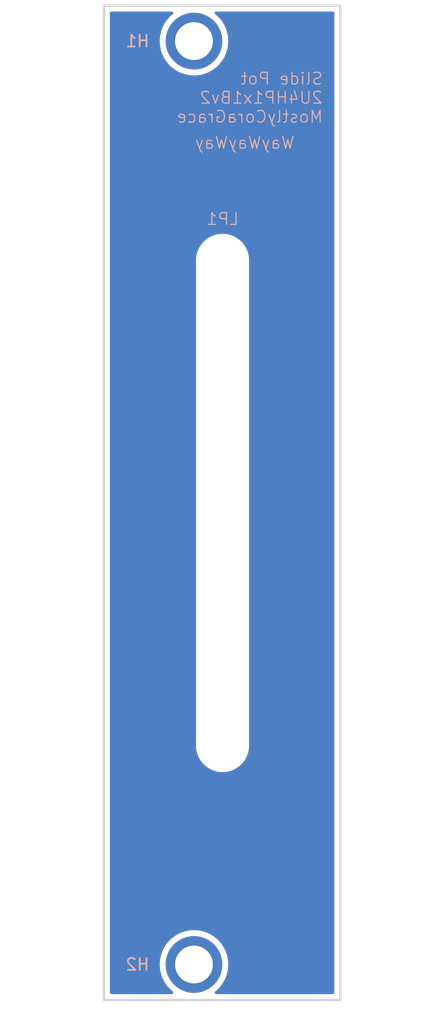
<source format=kicad_pcb>
(kicad_pcb (version 20241229) (generator "pcbnew") (generator_version "9.0")
  (layers (0 "F.Cu" signal) (2 "B.Cu" signal) (13 "F.Paste" user) (15 "B.Paste" user) (5 "F.SilkS" user "F.Silkscreen") (7 "B.SilkS" user "B.Silkscreen") (1 "F.Mask" user) (3 "B.Mask" user) (25 "Edge.Cuts" user))
  (net 0 "")
  (footprint "EXC:Linear_Potentiometer_45mm_M2_Panel_Mount_Top" (layer "F.Cu") (at 10.04 44.4625)
    (property "Reference" "LP1" (at 0 -24.003 0) (layer "B.SilkS") (effects (font (thickness 0.1)) (justify mirror)))
    (property "Value" "Linear_Potentiometer_45mm_M2_Panel_Mount_Top")
    (pad "" np_thru_hole oval (at 0 0) (size 4 45) (drill oval 4 45) (layers "*.Cu" "*.Mask"))
  )
  (footprint "EXC:MountingHole_3.2mm_M3" (layer "F.Cu") (at 7.62 5.425)
    (property "Reference" "H1" (at -3.683 0 0) (layer "B.SilkS") (effects (justify left mirror)))
    (property "Value" "Eurorack_M3_MountingHole")
    (pad "" thru_hole circle (at 0 0) (size 4.8 4.8) (drill 3.2) (layers "*.Cu" "*.Mask"))
  )
  (footprint "EXC:MountingHole_3.2mm_M3" (layer "F.Cu") (at 7.62 83.475)
    (property "Reference" "H2" (at -3.683 0 0) (layer "B.SilkS") (effects (justify left mirror)))
    (property "Value" "Eurorack_M3_MountingHole")
    (pad "" thru_hole circle (at 0 0) (size 4.8 4.8) (drill 3.2) (layers "*.Cu" "*.Mask"))
  )
  (gr_rect (start 0 2.425) (end 20 86.475) (stroke (width 0.2)) (fill no) (layer "Edge.Cuts"))
  (gr_text "WayWayWay" (at 16.2 14.6 0) (layer "B.SilkS") (effects (font (size 1 1) (thickness 0.1)) (justify left bottom mirror)))
  (gr_text "Slide Pot\n2U4HP1x1Bv2\nMostlyCoraGrace" (at 18.6 12.4 0) (layer "B.SilkS") (effects (font (size 1 1) (thickness 0.1)) (justify left bottom mirror)))
  (zone (net 0) (net_name "") (layers "F.Cu" "B.Cu") (connect_pads (clearance 0.5)) (min_thickness 0.25) (fill yes (thermal_gap 0.5) (thermal_bridge_width 0.5) (island_removal_mode 1) (island_area_min 10))
    (polygon (pts (xy 0 2.425) (xy 20 2.425) (xy 20 86.475) (xy 0 86.475)))
  )
)
</source>
